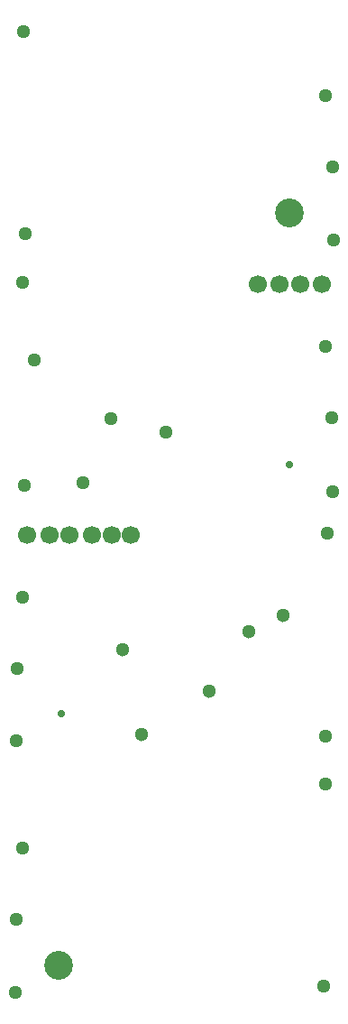
<source format=gbr>
G04 DipTrace 3.3.1.3*
G04 BottomMask.gbr*
%MOIN*%
G04 #@! TF.FileFunction,Soldermask,Bot*
G04 #@! TF.Part,Single*
%ADD40C,0.027559*%
%ADD52C,0.051181*%
%ADD54C,0.106299*%
%ADD56C,0.050866*%
%ADD74C,0.066929*%
%FSLAX26Y26*%
G04*
G70*
G90*
G75*
G01*
G04 BotMask*
%LPD*%
D74*
X510000Y2172717D3*
X747507D3*
D40*
X634908Y1511877D3*
D74*
X666260Y2172717D3*
D56*
X491916Y3105197D3*
D54*
X625682Y581391D3*
D74*
X1362336Y3100932D3*
D56*
X1635656Y2605197D3*
X1610577Y2867861D3*
X500761Y3285407D3*
X1640525Y3261785D3*
X494514Y4033740D3*
D54*
X1479409Y3361693D3*
D56*
X1638268Y3533740D3*
X1613189Y3796404D3*
X1604331Y505118D3*
X464567Y481483D3*
X1610577Y1253438D3*
X466824Y753438D3*
X491903Y1016102D3*
D74*
X1598556Y3100932D3*
X1519816D3*
X1441076D3*
D56*
X817060Y2600971D3*
X535564Y2819475D3*
X716667Y2364751D3*
X1021785Y2551759D3*
X498163Y2356877D3*
X1637927Y2333255D3*
X466798Y1411391D3*
X1616798Y2180144D3*
D40*
X1476798Y2433150D3*
D56*
X1610551Y1430144D3*
X473058Y1680144D3*
X491798Y1942638D3*
D74*
X891260Y2172717D3*
D52*
X1455774Y1876050D3*
X1329790Y1816995D3*
X1180801Y1596890D3*
X932808Y1434895D3*
X861286Y1748097D3*
D74*
X822520Y2172717D3*
X591260D3*
M02*

</source>
